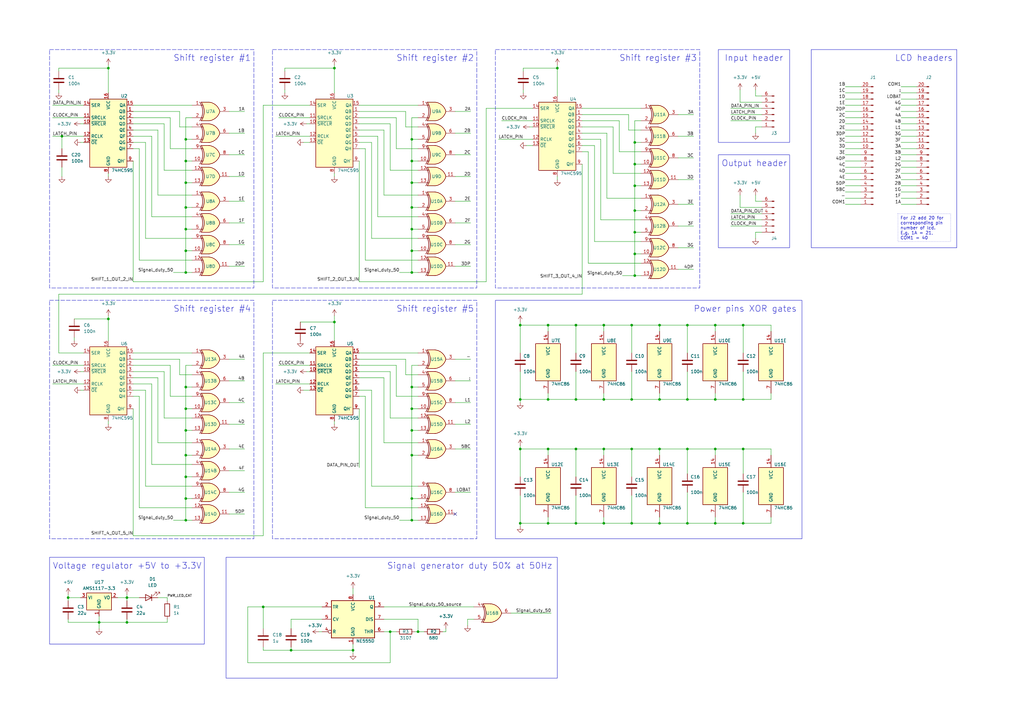
<source format=kicad_sch>
(kicad_sch (version 20230121) (generator eeschema)
  (paper "A3")
  (junction (at 224.79 184.15))
  (junction (at 168.91 85.09))
  (junction (at 270.51 214.63))
  (junction (at 270.51 163.83))
  (junction (at 168.91 158.75))
  (junction (at 259.08 133.35))
  (junction (at 260.35 86.36))
  (junction (at 168.91 186.69))
  (junction (at 160.02 259.08))
  (junction (at 168.91 57.15))
  (junction (at 76.2 74.93))
  (junction (at 168.91 204.47))
  (junction (at 27.94 245.11))
  (junction (at 76.2 57.15))
  (junction (at 224.79 133.35))
  (junction (at 213.36 184.15))
  (junction (at 260.35 67.31))
  (junction (at 247.65 133.35))
  (junction (at 144.78 266.7))
  (junction (at 76.2 195.58))
  (junction (at 76.2 176.53))
  (junction (at 213.36 214.63))
  (junction (at 236.22 184.15))
  (junction (at 260.35 104.14))
  (junction (at 168.91 74.93))
  (junction (at 52.07 255.27))
  (junction (at 168.91 176.53))
  (junction (at 44.45 130.81))
  (junction (at 281.94 133.35))
  (junction (at 304.8 163.83))
  (junction (at 247.65 214.63))
  (junction (at 76.2 102.87))
  (junction (at 259.08 184.15))
  (junction (at 213.36 163.83))
  (junction (at 76.2 204.47))
  (junction (at 168.91 102.87))
  (junction (at 76.2 111.76))
  (junction (at 76.2 186.69))
  (junction (at 76.2 93.98))
  (junction (at 224.79 214.63))
  (junction (at 247.65 184.15))
  (junction (at 281.94 163.83))
  (junction (at 213.36 133.35))
  (junction (at 76.2 158.75))
  (junction (at 304.8 133.35))
  (junction (at 293.37 163.83))
  (junction (at 52.07 245.11))
  (junction (at 44.45 27.94))
  (junction (at 25.4 55.88))
  (junction (at 260.35 76.2))
  (junction (at 304.8 184.15))
  (junction (at 260.35 113.03))
  (junction (at 171.45 259.08))
  (junction (at 236.22 163.83))
  (junction (at 168.91 213.36))
  (junction (at 76.2 167.64))
  (junction (at 293.37 184.15))
  (junction (at 168.91 93.98))
  (junction (at 107.95 248.92))
  (junction (at 76.2 213.36))
  (junction (at 224.79 163.83))
  (junction (at 228.6 27.94))
  (junction (at 281.94 184.15))
  (junction (at 293.37 133.35))
  (junction (at 76.2 85.09))
  (junction (at 119.38 266.7))
  (junction (at 270.51 184.15))
  (junction (at 137.16 27.94))
  (junction (at 270.51 133.35))
  (junction (at 259.08 214.63))
  (junction (at 168.91 111.76))
  (junction (at 168.91 66.04))
  (junction (at 281.94 214.63))
  (junction (at 236.22 133.35))
  (junction (at 260.35 58.42))
  (junction (at 236.22 214.63))
  (junction (at 304.8 214.63))
  (junction (at 40.64 255.27))
  (junction (at 76.2 66.04))
  (junction (at 260.35 95.25))
  (junction (at 293.37 214.63))
  (junction (at 259.08 163.83))
  (junction (at 247.65 163.83))
  (junction (at 137.16 132.08))
  (junction (at 168.91 167.64))
  (no_connect (at 186.69 210.82))
  (wire (pts (xy 293.37 163.83) (xy 281.94 163.83)))
  (wire (pts (xy 247.65 133.35) (xy 247.65 135.89)))
  (wire (pts (xy 260.35 67.31) (xy 260.35 76.2)))
  (wire (pts (xy 247.65 184.15) (xy 259.08 184.15)))
  (wire (pts (xy 369.57 40.64) (xy 375.92 40.64)))
  (wire (pts (xy 251.46 52.07) (xy 251.46 71.12)))
  (wire (pts (xy 303.53 80.01) (xy 303.53 85.09)))
  (wire (pts (xy 24.13 120.65) (xy 24.13 144.78)))
  (wire (pts (xy 101.6 248.92) (xy 101.6 271.78)))
  (wire (pts (xy 116.84 29.21) (xy 116.84 27.94)))
  (wire (pts (xy 171.45 186.69) (xy 168.91 186.69)))
  (wire (pts (xy 171.45 176.53) (xy 168.91 176.53)))
  (wire (pts (xy 241.3 107.95) (xy 262.89 107.95)))
  (wire (pts (xy 54.61 160.02) (xy 59.69 160.02)))
  (wire (pts (xy 299.72 46.99) (xy 312.42 46.99)))
  (wire (pts (xy 186.69 54.61) (xy 193.04 54.61)))
  (wire (pts (xy 281.94 214.63) (xy 293.37 214.63)))
  (wire (pts (xy 152.4 58.42) (xy 152.4 97.79)))
  (wire (pts (xy 144.78 241.3) (xy 144.78 243.84)))
  (wire (pts (xy 25.4 55.88) (xy 34.29 55.88)))
  (wire (pts (xy 160.02 152.4) (xy 160.02 171.45)))
  (wire (pts (xy 147.32 115.57) (xy 199.39 115.57)))
  (wire (pts (xy 259.08 214.63) (xy 270.51 214.63)))
  (wire (pts (xy 137.16 71.12) (xy 137.16 72.39)))
  (wire (pts (xy 236.22 133.35) (xy 236.22 144.78)))
  (wire (pts (xy 93.98 63.5) (xy 100.33 63.5)))
  (wire (pts (xy 238.76 49.53) (xy 254 49.53)))
  (wire (pts (xy 309.88 52.07) (xy 312.42 52.07)))
  (wire (pts (xy 168.91 74.93) (xy 168.91 85.09)))
  (wire (pts (xy 137.16 27.94) (xy 137.16 38.1)))
  (wire (pts (xy 168.91 213.36) (xy 168.91 204.47)))
  (wire (pts (xy 78.74 66.04) (xy 76.2 66.04)))
  (wire (pts (xy 168.91 66.04) (xy 168.91 74.93)))
  (wire (pts (xy 238.76 52.07) (xy 251.46 52.07)))
  (wire (pts (xy 369.57 60.96) (xy 375.92 60.96)))
  (wire (pts (xy 107.95 248.92) (xy 132.08 248.92)))
  (wire (pts (xy 78.74 93.98) (xy 76.2 93.98)))
  (wire (pts (xy 171.45 48.26) (xy 168.91 48.26)))
  (wire (pts (xy 101.6 248.92) (xy 107.95 248.92)))
  (wire (pts (xy 260.35 113.03) (xy 260.35 104.14)))
  (wire (pts (xy 76.2 167.64) (xy 76.2 176.53)))
  (wire (pts (xy 238.76 44.45) (xy 262.89 44.45)))
  (wire (pts (xy 64.77 80.01) (xy 78.74 80.01)))
  (wire (pts (xy 304.8 133.35) (xy 293.37 133.35)))
  (wire (pts (xy 107.95 144.78) (xy 127 144.78)))
  (wire (pts (xy 238.76 62.23) (xy 241.3 62.23)))
  (wire (pts (xy 304.8 214.63) (xy 316.23 214.63)))
  (wire (pts (xy 299.72 87.63) (xy 312.42 87.63)))
  (wire (pts (xy 369.57 73.66) (xy 375.92 73.66)))
  (wire (pts (xy 293.37 214.63) (xy 304.8 214.63)))
  (wire (pts (xy 346.71 60.96) (xy 353.06 60.96)))
  (wire (pts (xy 114.3 149.86) (xy 127 149.86)))
  (wire (pts (xy 33.02 58.42) (xy 34.29 58.42)))
  (wire (pts (xy 59.69 58.42) (xy 59.69 97.79)))
  (wire (pts (xy 168.91 176.53) (xy 168.91 186.69)))
  (wire (pts (xy 147.32 160.02) (xy 152.4 160.02)))
  (wire (pts (xy 168.91 158.75) (xy 168.91 167.64)))
  (wire (pts (xy 152.4 97.79) (xy 171.45 97.79)))
  (wire (pts (xy 93.98 45.72) (xy 100.33 45.72)))
  (wire (pts (xy 168.91 213.36) (xy 171.45 213.36)))
  (wire (pts (xy 64.77 181.61) (xy 78.74 181.61)))
  (wire (pts (xy 171.45 149.86) (xy 168.91 149.86)))
  (wire (pts (xy 270.51 212.09) (xy 270.51 214.63)))
  (wire (pts (xy 40.64 257.81) (xy 40.64 255.27)))
  (wire (pts (xy 24.13 144.78) (xy 34.29 144.78)))
  (wire (pts (xy 33.02 160.02) (xy 34.29 160.02)))
  (wire (pts (xy 30.48 138.43) (xy 30.48 139.7)))
  (wire (pts (xy 93.98 82.55) (xy 100.33 82.55)))
  (wire (pts (xy 259.08 184.15) (xy 259.08 195.58)))
  (wire (pts (xy 59.69 160.02) (xy 59.69 199.39)))
  (wire (pts (xy 260.35 95.25) (xy 260.35 104.14)))
  (wire (pts (xy 54.61 162.56) (xy 57.15 162.56)))
  (wire (pts (xy 168.91 186.69) (xy 168.91 204.47)))
  (wire (pts (xy 259.08 203.2) (xy 259.08 214.63)))
  (wire (pts (xy 309.88 95.25) (xy 312.42 95.25)))
  (wire (pts (xy 228.6 27.94) (xy 228.6 26.67)))
  (wire (pts (xy 171.45 57.15) (xy 168.91 57.15)))
  (wire (pts (xy 247.65 184.15) (xy 247.65 186.69)))
  (wire (pts (xy 125.73 50.8) (xy 127 50.8)))
  (wire (pts (xy 369.57 58.42) (xy 375.92 58.42)))
  (wire (pts (xy 346.71 48.26) (xy 353.06 48.26)))
  (wire (pts (xy 149.86 208.28) (xy 171.45 208.28)))
  (wire (pts (xy 33.02 50.8) (xy 34.29 50.8)))
  (wire (pts (xy 369.57 78.74) (xy 375.92 78.74)))
  (wire (pts (xy 107.95 248.92) (xy 107.95 257.81)))
  (wire (pts (xy 251.46 71.12) (xy 262.89 71.12)))
  (wire (pts (xy 162.56 60.96) (xy 171.45 60.96)))
  (wire (pts (xy 369.57 45.72) (xy 375.92 45.72)))
  (wire (pts (xy 293.37 133.35) (xy 293.37 135.89)))
  (wire (pts (xy 147.32 149.86) (xy 162.56 149.86)))
  (wire (pts (xy 78.74 85.09) (xy 76.2 85.09)))
  (wire (pts (xy 93.98 147.32) (xy 100.33 147.32)))
  (wire (pts (xy 147.32 152.4) (xy 160.02 152.4)))
  (wire (pts (xy 162.56 48.26) (xy 162.56 60.96)))
  (wire (pts (xy 304.8 184.15) (xy 316.23 184.15)))
  (wire (pts (xy 215.9 59.69) (xy 218.44 59.69)))
  (wire (pts (xy 238.76 67.31) (xy 238.76 120.65)))
  (wire (pts (xy 168.91 85.09) (xy 168.91 93.98)))
  (wire (pts (xy 281.94 133.35) (xy 270.51 133.35)))
  (wire (pts (xy 346.71 68.58) (xy 353.06 68.58)))
  (wire (pts (xy 281.94 184.15) (xy 281.94 194.31)))
  (wire (pts (xy 270.51 133.35) (xy 270.51 135.89)))
  (wire (pts (xy 247.65 163.83) (xy 236.22 163.83)))
  (wire (pts (xy 137.16 129.54) (xy 137.16 132.08)))
  (wire (pts (xy 309.88 54.61) (xy 309.88 52.07)))
  (wire (pts (xy 147.32 43.18) (xy 171.45 43.18)))
  (wire (pts (xy 278.13 101.6) (xy 284.48 101.6)))
  (wire (pts (xy 236.22 152.4) (xy 236.22 163.83)))
  (wire (pts (xy 54.61 152.4) (xy 67.31 152.4)))
  (wire (pts (xy 259.08 184.15) (xy 270.51 184.15)))
  (wire (pts (xy 93.98 91.44) (xy 100.33 91.44)))
  (wire (pts (xy 93.98 72.39) (xy 100.33 72.39)))
  (wire (pts (xy 152.4 160.02) (xy 152.4 199.39)))
  (wire (pts (xy 113.03 55.88) (xy 127 55.88)))
  (wire (pts (xy 293.37 212.09) (xy 293.37 214.63)))
  (wire (pts (xy 205.74 49.53) (xy 218.44 49.53)))
  (wire (pts (xy 213.36 152.4) (xy 213.36 163.83)))
  (wire (pts (xy 278.13 46.99) (xy 284.48 46.99)))
  (wire (pts (xy 71.12 213.36) (xy 76.2 213.36)))
  (wire (pts (xy 316.23 212.09) (xy 316.23 214.63)))
  (wire (pts (xy 259.08 133.35) (xy 259.08 144.78)))
  (wire (pts (xy 171.45 167.64) (xy 168.91 167.64)))
  (wire (pts (xy 160.02 69.85) (xy 171.45 69.85)))
  (wire (pts (xy 281.94 201.93) (xy 281.94 214.63)))
  (wire (pts (xy 194.31 254) (xy 191.77 254)))
  (wire (pts (xy 369.57 71.12) (xy 375.92 71.12)))
  (wire (pts (xy 346.71 55.88) (xy 353.06 55.88)))
  (wire (pts (xy 67.31 171.45) (xy 78.74 171.45)))
  (wire (pts (xy 346.71 73.66) (xy 353.06 73.66)))
  (wire (pts (xy 260.35 104.14) (xy 262.89 104.14)))
  (wire (pts (xy 54.61 147.32) (xy 73.66 147.32)))
  (wire (pts (xy 270.51 161.29) (xy 270.51 163.83)))
  (wire (pts (xy 260.35 49.53) (xy 260.35 58.42)))
  (wire (pts (xy 168.91 111.76) (xy 171.45 111.76)))
  (wire (pts (xy 346.71 83.82) (xy 353.06 83.82)))
  (wire (pts (xy 62.23 88.9) (xy 78.74 88.9)))
  (wire (pts (xy 76.2 111.76) (xy 78.74 111.76)))
  (wire (pts (xy 44.45 172.72) (xy 44.45 173.99)))
  (wire (pts (xy 144.78 266.7) (xy 144.78 267.97)))
  (wire (pts (xy 257.81 46.99) (xy 257.81 53.34)))
  (wire (pts (xy 281.94 163.83) (xy 270.51 163.83)))
  (wire (pts (xy 186.69 45.72) (xy 193.04 45.72)))
  (wire (pts (xy 304.8 184.15) (xy 304.8 194.31)))
  (wire (pts (xy 62.23 190.5) (xy 78.74 190.5)))
  (wire (pts (xy 224.79 161.29) (xy 224.79 163.83)))
  (wire (pts (xy 64.77 53.34) (xy 64.77 80.01)))
  (wire (pts (xy 278.13 92.71) (xy 284.48 92.71)))
  (wire (pts (xy 299.72 44.45) (xy 312.42 44.45)))
  (wire (pts (xy 64.77 154.94) (xy 64.77 181.61)))
  (wire (pts (xy 27.94 255.27) (xy 40.64 255.27)))
  (wire (pts (xy 27.94 243.84) (xy 27.94 245.11)))
  (wire (pts (xy 346.71 81.28) (xy 353.06 81.28)))
  (wire (pts (xy 137.16 172.72) (xy 137.16 173.99)))
  (wire (pts (xy 93.98 54.61) (xy 100.33 54.61)))
  (wire (pts (xy 236.22 163.83) (xy 224.79 163.83)))
  (wire (pts (xy 369.57 83.82) (xy 375.92 83.82)))
  (wire (pts (xy 346.71 71.12) (xy 353.06 71.12)))
  (wire (pts (xy 40.64 252.73) (xy 40.64 255.27)))
  (wire (pts (xy 278.13 64.77) (xy 284.48 64.77)))
  (wire (pts (xy 24.13 36.83) (xy 24.13 38.1)))
  (wire (pts (xy 346.71 78.74) (xy 353.06 78.74)))
  (wire (pts (xy 168.91 149.86) (xy 168.91 158.75)))
  (wire (pts (xy 213.36 215.9) (xy 213.36 214.63)))
  (wire (pts (xy 246.38 57.15) (xy 246.38 90.17)))
  (wire (pts (xy 57.15 60.96) (xy 57.15 106.68)))
  (wire (pts (xy 52.07 255.27) (xy 40.64 255.27)))
  (wire (pts (xy 21.59 55.88) (xy 25.4 55.88)))
  (wire (pts (xy 278.13 55.88) (xy 284.48 55.88)))
  (wire (pts (xy 48.26 245.11) (xy 52.07 245.11)))
  (wire (pts (xy 213.36 203.2) (xy 213.36 214.63)))
  (wire (pts (xy 214.63 27.94) (xy 228.6 27.94)))
  (wire (pts (xy 346.71 40.64) (xy 353.06 40.64)))
  (wire (pts (xy 259.08 163.83) (xy 247.65 163.83)))
  (wire (pts (xy 78.74 176.53) (xy 76.2 176.53)))
  (wire (pts (xy 44.45 130.81) (xy 44.45 139.7)))
  (wire (pts (xy 149.86 60.96) (xy 149.86 106.68)))
  (wire (pts (xy 137.16 26.67) (xy 137.16 27.94)))
  (wire (pts (xy 213.36 182.88) (xy 213.36 184.15)))
  (wire (pts (xy 303.53 85.09) (xy 312.42 85.09)))
  (wire (pts (xy 186.69 109.22) (xy 193.04 109.22)))
  (wire (pts (xy 76.2 195.58) (xy 76.2 204.47)))
  (wire (pts (xy 24.13 27.94) (xy 44.45 27.94)))
  (wire (pts (xy 147.32 45.72) (xy 166.37 45.72)))
  (wire (pts (xy 262.89 86.36) (xy 260.35 86.36)))
  (wire (pts (xy 101.6 271.78) (xy 160.02 271.78)))
  (wire (pts (xy 76.2 111.76) (xy 76.2 102.87)))
  (wire (pts (xy 254 62.23) (xy 262.89 62.23)))
  (wire (pts (xy 157.48 154.94) (xy 157.48 181.61)))
  (wire (pts (xy 93.98 173.99) (xy 100.33 173.99)))
  (wire (pts (xy 309.88 97.79) (xy 309.88 95.25)))
  (wire (pts (xy 236.22 214.63) (xy 247.65 214.63)))
  (wire (pts (xy 257.81 53.34) (xy 262.89 53.34)))
  (wire (pts (xy 369.57 35.56) (xy 375.92 35.56)))
  (wire (pts (xy 228.6 27.94) (xy 228.6 39.37)))
  (wire (pts (xy 168.91 93.98) (xy 168.91 102.87)))
  (wire (pts (xy 186.69 82.55) (xy 193.04 82.55)))
  (wire (pts (xy 157.48 80.01) (xy 171.45 80.01)))
  (wire (pts (xy 247.65 214.63) (xy 259.08 214.63)))
  (wire (pts (xy 369.57 55.88) (xy 375.92 55.88)))
  (wire (pts (xy 213.36 184.15) (xy 224.79 184.15)))
  (wire (pts (xy 369.57 53.34) (xy 375.92 53.34)))
  (wire (pts (xy 168.91 48.26) (xy 168.91 57.15)))
  (wire (pts (xy 107.95 266.7) (xy 119.38 266.7)))
  (wire (pts (xy 369.57 76.2) (xy 375.92 76.2)))
  (wire (pts (xy 299.72 49.53) (xy 312.42 49.53)))
  (wire (pts (xy 78.74 186.69) (xy 76.2 186.69)))
  (wire (pts (xy 124.46 58.42) (xy 127 58.42)))
  (wire (pts (xy 147.32 154.94) (xy 157.48 154.94)))
  (wire (pts (xy 149.86 162.56) (xy 149.86 208.28)))
  (wire (pts (xy 259.08 133.35) (xy 247.65 133.35)))
  (wire (pts (xy 76.2 66.04) (xy 76.2 74.93)))
  (wire (pts (xy 44.45 71.12) (xy 44.45 72.39)))
  (wire (pts (xy 78.74 149.86) (xy 76.2 149.86)))
  (wire (pts (xy 369.57 81.28) (xy 375.92 81.28)))
  (wire (pts (xy 309.88 36.83) (xy 309.88 39.37)))
  (wire (pts (xy 316.23 186.69) (xy 316.23 184.15)))
  (wire (pts (xy 171.45 259.08) (xy 171.45 254)))
  (wire (pts (xy 157.48 254) (xy 171.45 254)))
  (wire (pts (xy 30.48 130.81) (xy 44.45 130.81)))
  (wire (pts (xy 76.2 213.36) (xy 76.2 204.47)))
  (wire (pts (xy 346.71 63.5) (xy 353.06 63.5)))
  (wire (pts (xy 162.56 162.56) (xy 171.45 162.56)))
  (wire (pts (xy 68.58 254) (xy 68.58 255.27)))
  (wire (pts (xy 270.51 184.15) (xy 281.94 184.15)))
  (wire (pts (xy 171.45 158.75) (xy 168.91 158.75)))
  (wire (pts (xy 369.57 50.8) (xy 375.92 50.8)))
  (wire (pts (xy 238.76 54.61) (xy 248.92 54.61)))
  (wire (pts (xy 147.32 53.34) (xy 157.48 53.34)))
  (wire (pts (xy 369.57 63.5) (xy 375.92 63.5)))
  (wire (pts (xy 171.45 66.04) (xy 168.91 66.04)))
  (wire (pts (xy 369.57 68.58) (xy 375.92 68.58)))
  (wire (pts (xy 147.32 167.64) (xy 147.32 191.77)))
  (wire (pts (xy 76.2 204.47) (xy 78.74 204.47)))
  (wire (pts (xy 262.89 49.53) (xy 260.35 49.53)))
  (wire (pts (xy 93.98 184.15) (xy 100.33 184.15)))
  (wire (pts (xy 147.32 50.8) (xy 160.02 50.8)))
  (wire (pts (xy 270.51 214.63) (xy 281.94 214.63)))
  (wire (pts (xy 76.2 158.75) (xy 76.2 167.64)))
  (wire (pts (xy 76.2 176.53) (xy 76.2 186.69)))
  (wire (pts (xy 369.57 38.1) (xy 375.92 38.1)))
  (wire (pts (xy 78.74 57.15) (xy 76.2 57.15)))
  (wire (pts (xy 44.45 27.94) (xy 44.45 38.1)))
  (wire (pts (xy 213.36 163.83) (xy 224.79 163.83)))
  (wire (pts (xy 316.23 133.35) (xy 304.8 133.35)))
  (wire (pts (xy 248.92 54.61) (xy 248.92 81.28)))
  (wire (pts (xy 52.07 243.84) (xy 52.07 245.11)))
  (wire (pts (xy 247.65 133.35) (xy 236.22 133.35)))
  (wire (pts (xy 93.98 210.82) (xy 100.33 210.82)))
  (wire (pts (xy 160.02 259.08) (xy 160.02 271.78)))
  (wire (pts (xy 21.59 149.86) (xy 34.29 149.86)))
  (wire (pts (xy 124.46 160.02) (xy 127 160.02)))
  (wire (pts (xy 224.79 214.63) (xy 236.22 214.63)))
  (wire (pts (xy 304.8 133.35) (xy 304.8 144.78)))
  (wire (pts (xy 44.45 26.67) (xy 44.45 27.94)))
  (wire (pts (xy 186.69 184.15) (xy 193.04 184.15)))
  (wire (pts (xy 346.71 35.56) (xy 353.06 35.56)))
  (wire (pts (xy 262.89 67.31) (xy 260.35 67.31)))
  (wire (pts (xy 57.15 162.56) (xy 57.15 208.28)))
  (wire (pts (xy 168.91 167.64) (xy 168.91 176.53)))
  (wire (pts (xy 59.69 199.39) (xy 78.74 199.39)))
  (wire (pts (xy 69.85 60.96) (xy 78.74 60.96)))
  (wire (pts (xy 309.88 39.37) (xy 312.42 39.37)))
  (wire (pts (xy 166.37 45.72) (xy 166.37 52.07)))
  (wire (pts (xy 186.69 156.21) (xy 193.04 156.21)))
  (wire (pts (xy 119.38 265.43) (xy 119.38 266.7)))
  (wire (pts (xy 73.66 52.07) (xy 78.74 52.07)))
  (wire (pts (xy 217.17 52.07) (xy 218.44 52.07)))
  (wire (pts (xy 166.37 52.07) (xy 171.45 52.07)))
  (wire (pts (xy 119.38 254) (xy 119.38 257.81)))
  (wire (pts (xy 243.84 59.69) (xy 243.84 99.06)))
  (wire (pts (xy 67.31 69.85) (xy 78.74 69.85)))
  (wire (pts (xy 254 49.53) (xy 254 62.23)))
  (wire (pts (xy 248.92 81.28) (xy 262.89 81.28)))
  (wire (pts (xy 299.72 92.71) (xy 312.42 92.71)))
  (wire (pts (xy 132.08 254) (xy 119.38 254)))
  (wire (pts (xy 171.45 74.93) (xy 168.91 74.93)))
  (wire (pts (xy 54.61 144.78) (xy 78.74 144.78)))
  (wire (pts (xy 304.8 201.93) (xy 304.8 214.63)))
  (wire (pts (xy 123.19 132.08) (xy 137.16 132.08)))
  (wire (pts (xy 346.71 66.04) (xy 353.06 66.04)))
  (wire (pts (xy 236.22 133.35) (xy 224.79 133.35)))
  (wire (pts (xy 52.07 255.27) (xy 68.58 255.27)))
  (wire (pts (xy 71.12 111.76) (xy 76.2 111.76)))
  (wire (pts (xy 346.71 50.8) (xy 353.06 50.8)))
  (wire (pts (xy 76.2 93.98) (xy 76.2 102.87)))
  (wire (pts (xy 78.74 158.75) (xy 76.2 158.75)))
  (wire (pts (xy 171.45 259.08) (xy 173.99 259.08)))
  (wire (pts (xy 213.36 163.83) (xy 213.36 165.1)))
  (wire (pts (xy 76.2 57.15) (xy 76.2 66.04)))
  (wire (pts (xy 93.98 156.21) (xy 100.33 156.21)))
  (wire (pts (xy 369.57 48.26) (xy 375.92 48.26)))
  (wire (pts (xy 93.98 109.22) (xy 100.33 109.22)))
  (wire (pts (xy 303.53 41.91) (xy 312.42 41.91)))
  (wire (pts (xy 21.59 43.18) (xy 34.29 43.18)))
  (wire (pts (xy 243.84 99.06) (xy 262.89 99.06)))
  (wire (pts (xy 238.76 46.99) (xy 257.81 46.99)))
  (wire (pts (xy 316.23 161.29) (xy 316.23 163.83)))
  (wire (pts (xy 54.61 53.34) (xy 64.77 53.34)))
  (wire (pts (xy 186.69 165.1) (xy 193.04 165.1)))
  (wire (pts (xy 166.37 147.32) (xy 166.37 153.67)))
  (wire (pts (xy 299.72 90.17) (xy 312.42 90.17)))
  (wire (pts (xy 309.88 82.55) (xy 309.88 80.01)))
  (wire (pts (xy 346.71 38.1) (xy 353.06 38.1)))
  (wire (pts (xy 125.73 152.4) (xy 127 152.4)))
  (wire (pts (xy 54.61 167.64) (xy 54.61 219.71)))
  (wire (pts (xy 214.63 36.83) (xy 214.63 38.1)))
  (wire (pts (xy 213.36 132.08) (xy 213.36 133.35)))
  (wire (pts (xy 147.32 144.78) (xy 171.45 144.78)))
  (wire (pts (xy 270.51 133.35) (xy 259.08 133.35)))
  (wire (pts (xy 369.57 66.04) (xy 375.92 66.04)))
  (wire (pts (xy 293.37 184.15) (xy 293.37 186.69)))
  (wire (pts (xy 69.85 162.56) (xy 78.74 162.56)))
  (wire (pts (xy 21.59 48.26) (xy 34.29 48.26)))
  (wire (pts (xy 170.18 259.08) (xy 171.45 259.08)))
  (wire (pts (xy 62.23 157.48) (xy 62.23 190.5)))
  (wire (pts (xy 186.69 100.33) (xy 193.04 100.33)))
  (wire (pts (xy 52.07 245.11) (xy 52.07 246.38)))
  (wire (pts (xy 214.63 29.21) (xy 214.63 27.94)))
  (wire (pts (xy 107.95 115.57) (xy 107.95 43.18)))
  (wire (pts (xy 54.61 157.48) (xy 62.23 157.48)))
  (wire (pts (xy 76.2 186.69) (xy 76.2 195.58)))
  (wire (pts (xy 293.37 161.29) (xy 293.37 163.83)))
  (wire (pts (xy 113.03 157.48) (xy 127 157.48)))
  (wire (pts (xy 59.69 97.79) (xy 78.74 97.79)))
  (wire (pts (xy 186.69 201.93) (xy 193.04 201.93)))
  (wire (pts (xy 262.89 58.42) (xy 260.35 58.42)))
  (wire (pts (xy 246.38 90.17) (xy 262.89 90.17)))
  (wire (pts (xy 281.94 184.15) (xy 293.37 184.15)))
  (wire (pts (xy 236.22 203.2) (xy 236.22 214.63)))
  (wire (pts (xy 278.13 83.82) (xy 284.48 83.82)))
  (wire (pts (xy 147.32 147.32) (xy 166.37 147.32)))
  (wire (pts (xy 346.71 45.72) (xy 353.06 45.72)))
  (wire (pts (xy 304.8 152.4) (xy 304.8 163.83)))
  (wire (pts (xy 293.37 184.15) (xy 304.8 184.15)))
  (wire (pts (xy 247.65 212.09) (xy 247.65 214.63)))
  (wire (pts (xy 154.94 55.88) (xy 154.94 88.9)))
  (wire (pts (xy 25.4 55.88) (xy 25.4 60.96)))
  (wire (pts (xy 260.35 76.2) (xy 260.35 86.36)))
  (wire (pts (xy 73.66 153.67) (xy 78.74 153.67)))
  (wire (pts (xy 147.32 48.26) (xy 162.56 48.26)))
  (wire (pts (xy 270.51 184.15) (xy 270.51 186.69)))
  (wire (pts (xy 182.88 259.08) (xy 182.88 257.81)))
  (wire (pts (xy 168.91 57.15) (xy 168.91 66.04)))
  (wire (pts (xy 93.98 100.33) (xy 100.33 100.33)))
  (wire (pts (xy 259.08 152.4) (xy 259.08 163.83)))
  (wire (pts (xy 119.38 266.7) (xy 144.78 266.7)))
  (wire (pts (xy 107.95 265.43) (xy 107.95 266.7)))
  (wire (pts (xy 76.2 149.86) (xy 76.2 158.75)))
  (wire (pts (xy 116.84 36.83) (xy 116.84 38.1)))
  (wire (pts (xy 76.2 102.87) (xy 78.74 102.87)))
  (wire (pts (xy 157.48 248.92) (xy 194.31 248.92)))
  (wire (pts (xy 116.84 27.94) (xy 137.16 27.94)))
  (wire (pts (xy 224.79 212.09) (xy 224.79 214.63)))
  (wire (pts (xy 260.35 58.42) (xy 260.35 67.31)))
  (wire (pts (xy 93.98 165.1) (xy 100.33 165.1)))
  (wire (pts (xy 186.69 63.5) (xy 193.04 63.5)))
  (wire (pts (xy 130.81 259.08) (xy 132.08 259.08)))
  (wire (pts (xy 262.89 76.2) (xy 260.35 76.2)))
  (wire (pts (xy 260.35 113.03) (xy 262.89 113.03)))
  (wire (pts (xy 54.61 60.96) (xy 57.15 60.96)))
  (wire (pts (xy 224.79 133.35) (xy 224.79 135.89)))
  (wire (pts (xy 181.61 259.08) (xy 182.88 259.08)))
  (wire (pts (xy 54.61 48.26) (xy 69.85 48.26)))
  (wire (pts (xy 346.71 58.42) (xy 353.06 58.42)))
  (wire (pts (xy 168.91 204.47) (xy 171.45 204.47)))
  (wire (pts (xy 278.13 110.49) (xy 284.48 110.49)))
  (wire (pts (xy 54.61 50.8) (xy 67.31 50.8)))
  (wire (pts (xy 67.31 152.4) (xy 67.31 171.45)))
  (wire (pts (xy 369.57 43.18) (xy 375.92 43.18)))
  (wire (pts (xy 213.36 133.35) (xy 224.79 133.35)))
  (wire (pts (xy 316.23 135.89) (xy 316.23 133.35)))
  (wire (pts (xy 25.4 68.58) (xy 25.4 72.39)))
  (wire (pts (xy 57.15 106.68) (xy 78.74 106.68)))
  (wire (pts (xy 54.61 45.72) (xy 73.66 45.72)))
  (wire (pts (xy 281.94 152.4) (xy 281.94 163.83)))
  (wire (pts (xy 209.55 251.46) (xy 226.06 251.46)))
  (wire (pts (xy 24.13 29.21) (xy 24.13 27.94)))
  (wire (pts (xy 346.71 76.2) (xy 353.06 76.2)))
  (wire (pts (xy 162.56 149.86) (xy 162.56 162.56)))
  (wire (pts (xy 54.61 115.57) (xy 107.95 115.57)))
  (wire (pts (xy 144.78 264.16) (xy 144.78 266.7)))
  (wire (pts (xy 107.95 219.71) (xy 107.95 144.78)))
  (wire (pts (xy 166.37 153.67) (xy 171.45 153.67)))
  (wire (pts (xy 224.79 214.63) (xy 213.36 214.63)))
  (wire (pts (xy 163.83 111.76) (xy 168.91 111.76)))
  (wire (pts (xy 160.02 50.8) (xy 160.02 69.85)))
  (wire (pts (xy 62.23 55.88) (xy 62.23 88.9)))
  (wire (pts (xy 224.79 186.69) (xy 224.79 184.15)))
  (wire (pts (xy 69.85 48.26) (xy 69.85 60.96)))
  (wire (pts (xy 76.2 74.93) (xy 76.2 85.09)))
  (wire (pts (xy 54.61 43.18) (xy 78.74 43.18)))
  (wire (pts (xy 93.98 193.04) (xy 100.33 193.04)))
  (wire (pts (xy 137.16 132.08) (xy 137.16 139.7)))
  (wire (pts (xy 162.56 259.08) (xy 160.02 259.08)))
  (wire (pts (xy 199.39 115.57) (xy 199.39 44.45)))
  (wire (pts (xy 76.2 85.09) (xy 76.2 93.98)))
  (wire (pts (xy 278.13 73.66) (xy 284.48 73.66)))
  (wire (pts (xy 152.4 199.39) (xy 171.45 199.39)))
  (wire (pts (xy 157.48 181.61) (xy 171.45 181.61)))
  (wire (pts (xy 54.61 58.42) (xy 59.69 58.42)))
  (wire (pts (xy 107.95 43.18) (xy 127 43.18)))
  (wire (pts (xy 204.47 57.15) (xy 218.44 57.15)))
  (wire (pts (xy 44.45 129.54) (xy 44.45 130.81)))
  (wire (pts (xy 163.83 213.36) (xy 168.91 213.36)))
  (wire (pts (xy 33.02 152.4) (xy 34.29 152.4)))
  (wire (pts (xy 186.69 72.39) (xy 193.04 72.39)))
  (wire (pts (xy 213.36 184.15) (xy 213.36 195.58)))
  (wire (pts (xy 68.58 245.11) (xy 64.77 245.11)))
  (wire (pts (xy 247.65 161.29) (xy 247.65 163.83)))
  (wire (pts (xy 149.86 106.68) (xy 171.45 106.68)))
  (wire (pts (xy 68.58 245.11) (xy 68.58 246.38)))
  (wire (pts (xy 199.39 44.45) (xy 218.44 44.45)))
  (wire (pts (xy 238.76 120.65) (xy 24.13 120.65)))
  (wire (pts (xy 236.22 184.15) (xy 236.22 195.58)))
  (wire (pts (xy 67.31 50.8) (xy 67.31 69.85)))
  (wire (pts (xy 270.51 163.83) (xy 259.08 163.83)))
  (wire (pts (xy 191.77 254) (xy 191.77 256.54)))
  (wire (pts (xy 147.32 162.56) (xy 149.86 162.56)))
  (wire (pts (xy 147.32 58.42) (xy 152.4 58.42)))
  (wire (pts (xy 27.94 255.27) (xy 27.94 254)))
  (wire (pts (xy 160.02 259.08) (xy 157.48 259.08)))
  (wire (pts (xy 224.79 184.15) (xy 236.22 184.15)))
  (wire (pts (xy 147.32 55.88) (xy 154.94 55.88)))
  (wire (pts (xy 27.94 245.11) (xy 33.02 245.11)))
  (wire (pts (xy 293.37 133.35) (xy 281.94 133.35)))
  (wire (pts (xy 186.69 147.32) (xy 193.04 147.32)))
  (wire (pts (xy 238.76 57.15) (xy 246.38 57.15)))
  (wire (pts (xy 241.3 62.23) (xy 241.3 107.95)))
  (wire (pts (xy 78.74 167.64) (xy 76.2 167.64)))
  (wire (pts (xy 73.66 45.72) (xy 73.66 52.07)))
  (wire (pts (xy 255.27 113.03) (xy 260.35 113.03)))
  (wire (pts (xy 21.59 157.48) (xy 34.29 157.48)))
  (wire (pts (xy 168.91 111.76) (xy 168.91 102.87)))
  (wire (pts (xy 54.61 55.88) (xy 62.23 55.88)))
  (wire (pts (xy 262.89 95.25) (xy 260.35 95.25)))
  (wire (pts (xy 54.61 66.04) (xy 54.61 115.57)))
  (wire (pts (xy 54.61 149.86) (xy 69.85 149.86)))
  (wire (pts (xy 76.2 48.26) (xy 76.2 57.15)))
  (wire (pts (xy 304.8 163.83) (xy 293.37 163.83)))
  (wire (pts (xy 186.69 173.99) (xy 193.04 173.99)))
  (wire (pts (xy 154.94 88.9) (xy 171.45 88.9)))
  (wire (pts (xy 52.07 245.11) (xy 57.15 245.11)))
  (wire (pts (xy 54.61 219.71) (xy 107.95 219.71)))
  (wire (pts (xy 312.42 82.55) (xy 309.88 82.55)))
  (wire (pts (xy 93.98 201.93) (xy 100.33 201.93)))
  (wire (pts (xy 114.3 48.26) (xy 127 48.26)))
  (wire (pts (xy 78.74 195.58) (xy 76.2 195.58)))
  (wire (pts (xy 69.85 149.86) (xy 69.85 162.56)))
  (wire (pts (xy 54.61 154.94) (xy 64.77 154.94)))
  (wire (pts (xy 228.6 72.39) (xy 228.6 73.66)))
  (wire (pts (xy 160.02 171.45) (xy 171.45 171.45)))
  (wire (pts (xy 171.45 85.09) (xy 168.91 85.09)))
  (wire (pts (xy 78.74 48.26) (xy 76.2 48.26)))
  (wire (pts (xy 316.23 163.83) (xy 304.8 163.83)))
  (wire (pts (xy 27.94 245.11) (xy 27.94 246.38)))
  (wire (pts (xy 73.66 147.32) (xy 73.66 153.67)))
  (wire (pts (xy 303.53 36.83) (xy 303.53 41.91)))
  (wire (pts (xy 168.91 102.87) (xy 171.45 102.87)))
  (wire (pts (xy 157.48 53.34) (xy 157.48 80.01)))
  (wire (pts (xy 171.45 93.98) (xy 168.91 93.98)))
  (wire (pts (xy 346.71 53.34) (xy 353.06 53.34)))
  (wire (pts (xy 238.76 59.69) (xy 243.84 59.69)))
  (wire (pts (xy 147.32 60.96) (xy 149.86 60.96)))
  (wire (pts (xy 76.2 213.36) (xy 78.74 213.36)))
  (wire (pts (xy 281.94 133.35) (xy 281.94 144.78)))
  (wire (pts (xy 57.15 208.28) (xy 78.74 208.28)))
  (wire (pts (xy 213.36 144.78) (xy 213.36 133.35)))
  (wire (pts (xy 186.69 91.44) (xy 193.04 91.44)))
  (wire (pts (xy 236.22 184.15) (xy 247.65 184.15)))
  (wire (pts (xy 52.07 255.27) (xy 52.07 254)))
  (wire (pts (xy 260.35 86.36) (xy 260.35 95.25)))
  (wire (pts (xy 346.71 43.18) (xy 353.06 43.18)))
  (wire (pts (xy 147.32 66.04) (xy 147.32 115.57)))
  (wire (pts (xy 78.74 74.93) (xy 76.2 74.93)))
  (rectangle (start 20.32 123.19) (end 104.14 220.98) (stroke (width 0) (type dash)))
  (rectangle (start 92.71 228.6) (end 228.6 278.13))
  (rectangle (start 294.64 63.5) (end 323.85 101.6))
  (rectangle (start 203.2 20.32) (end 287.02 118.11) (stroke (width 0) (type dash)))
  (rectangle (start 111.76 20.32) (end 195.58 118.11) (stroke (width 0) (type dash)))
  (rectangle (start 20.32 20.32) (end 104.14 118.11) (stroke (width 0) (type dash)))
  (rectangle (start 111.76 123.19) (end 195.58 220.98) (stroke (width 0) (type dash)))
  (rectangle (start 332.74 20.32) (end 392.43 101.6))
  (rectangle (start 294.64 20.32) (end 323.85 58.42))
  (rectangle (start 203.2 123.19) (end 328.93 220.98))
  (rectangle (start 20.32 228.6) (end 83.82 264.16))
  (text_box "For J2 add 20 for corresponding pin number of lcd. \nE.g. 1A = 21, \nCOM1 = 40" (at 368.3 87.63 0) (size 21.59 11.43) (stroke (width 0) (type dot)) (effects (font (size 1.27 1.27)) (justify left top)))
  (text "Shift register #3" (at 254 25.4 0) (effects (font (size 2.5 2.5)) (justify left bottom)))
  (text "Power pins XOR gates" (at 284.48 128.27 0) (effects (font (size 2.5 2.5)) (justify left bottom)))
  (text "Shift register #1" (at 71.12 25.4 0) (effects (font (size 2.5 2.5)) (justify left bottom)))
  (text "Voltage regulator +5V to +3.3V" (at 21.59 233.68 0) (effects (font (size 2.5 2.5)) (justify left bottom)))
  (text "Shift register #5" (at 162.56 128.27 0) (effects (font (size 2.5 2.5)) (justify left bottom)))
  (text "LCD headers" (at 367.03 25.4 0) (effects (font (size 2.5 2.5)) (justify left bottom)))
  (text "Input header" (at 297.18 25.4 0) (effects (font (size 2.5 2.5)) (justify left bottom)))
  (text "Signal generator duty 50% at 50Hz" (at 158.75 233.68 0) (effects (font (size 2.5 2.5)) (justify left bottom)))
  (text "Shift register #2" (at 162.56 25.4 0) (effects (font (size 2.5 2.5)) (justify left bottom)))
  (text "Shift register #4" (at 71.12 128.27 0) (effects (font (size 2.5 2.5)) (justify left bottom)))
  (text "Output header" (at 295.91 68.58 0) (effects (font (size 2.5 2.5)) (justify left bottom)))
  (label "3F" (at 284.48 92.71 180))
  (label "-" (at 193.04 147.32 180))
  (label "LATCH_PIN" (at 113.03 157.48 0))
  (label "L2" (at 193.04 173.99 180))
  (label "3G" (at 369.57 55.88 180))
  (label "4B" (at 100.33 156.21 180))
  (label "CLOCK_PIN" (at 114.3 149.86 0))
  (label "5BC" (at 193.04 184.15 180))
  (label "CLOCK_PIN" (at 21.59 149.86 0))
  (label "1E" (at 100.33 82.55 180))
  (label "CLOCK_PIN" (at 299.72 49.53 0))
  (label "4E" (at 346.71 73.66 180))
  (label "Signal_duty_50" (at 163.83 213.36 180))
  (label "4C" (at 346.71 68.58 180))
  (label "4D" (at 100.33 173.99 180))
  (label "Signal_duty_50" (at 163.83 111.76 180))
  (label "4B" (at 369.57 50.8 180))
  (label "1B" (at 100.33 54.61 180))
  (label "LATCH_PIN" (at 299.72 46.99 0))
  (label "3E" (at 346.71 63.5 180))
  (label "1F" (at 369.57 81.28 180))
  (label "1C" (at 100.33 63.5 180))
  (label "1F" (at 100.33 91.44 180))
  (label "LATCH_PIN" (at 21.59 157.48 0))
  (label "Signal_duty_50" (at 71.12 111.76 180))
  (label ":" (at 369.57 38.1 180))
  (label "2G" (at 193.04 100.33 180))
  (label "LATCH_PIN" (at 299.72 90.17 0))
  (label "2E" (at 193.04 82.55 180))
  (label "3G" (at 284.48 101.6 180))
  (label "2E" (at 346.71 53.34 180))
  (label "DATA_PIN_OUT" (at 147.32 191.77 180))
  (label ":" (at 193.04 156.21 180))
  (label "1D" (at 100.33 72.39 180))
  (label "DATA_PIN_OUT" (at 299.72 87.63 0))
  (label "2DP" (at 100.33 109.22 180))
  (label "1E" (at 346.71 43.18 180))
  (label "COM1" (at 369.57 35.56 180))
  (label "3D" (at 284.48 73.66 180))
  (label "1B" (at 346.71 35.56 180))
  (label "SHIFT_1_OUT_2_IN" (at 54.61 115.57 180))
  (label "2B" (at 193.04 54.61 180))
  (label "LATCH_PIN" (at 21.59 55.88 0))
  (label "4A" (at 100.33 147.32 180))
  (label "4E" (at 100.33 184.15 180))
  (label "3A" (at 284.48 46.99 180))
  (label "4G" (at 100.33 201.93 180))
  (label "SHIFT_3_OUT_4_IN" (at 238.76 114.3 180))
  (label "DATA_PIN_IN" (at 299.72 44.45 0))
  (label "CLOCK_PIN" (at 205.74 49.53 0))
  (label "5BC" (at 346.71 78.74 180))
  (label "Signal_duty_50_source" (at 167.64 248.92 0))
  (label "4F" (at 369.57 45.72 180))
  (label "Signal_duty_50" (at 71.12 213.36 180))
  (label "4C" (at 100.33 165.1 180))
  (label "1D" (at 346.71 40.64 180))
  (label "L1" (at 369.57 53.34 180))
  (label "2C" (at 193.04 63.5 180))
  (label "LATCH_PIN" (at 204.47 57.15 0))
  (label "L1" (at 193.04 165.1 180))
  (label "3DP" (at 346.71 55.88 180))
  (label "3E" (at 284.48 83.82 180))
  (label "2F" (at 369.57 71.12 180))
  (label "3D" (at 346.71 60.96 180))
  (label "1A" (at 369.57 83.82 180))
  (label "SHIFT_4_OUT_5_IN" (at 54.61 219.71 180))
  (label "4A" (at 369.57 48.26 180))
  (label "LOBAT" (at 369.57 40.64 180))
  (label "Signal_duty_50" (at 226.06 251.46 180))
  (label "LOBAT" (at 193.04 201.93 180))
  (label "2D" (at 346.71 50.8 180))
  (label "5DP" (at 100.33 210.82 180))
  (label "2B" (at 369.57 76.2 180))
  (label "5DP" (at 346.71 76.2 180))
  (label "SHIFT_2_OUT_3_IN" (at 147.32 115.57 180))
  (label "3F" (at 369.57 58.42 180))
  (label "CLOCK_PIN" (at 21.59 48.26 0))
  (label "2DP" (at 346.71 45.72 180))
  (label "4DP" (at 346.71 66.04 180))
  (label "1G" (at 100.33 100.33 180))
  (label "3B" (at 284.48 55.88 180))
  (label "CLOCK_PIN" (at 299.72 92.71 0))
  (label "3DP" (at 193.04 109.22 180))
  (label "L2" (at 369.57 66.04 180))
  (label "3B" (at 369.57 63.5 180))
  (label "COM1" (at 346.71 83.82 180))
  (label "3C" (at 284.48 64.77 180))
  (label "DATA_PIN_IN" (at 21.59 43.18 0))
  (label "1A" (at 100.33 45.72 180))
  (label "2D" (at 193.04 72.39 180))
  (label "PWR_LED_CAT" (at 68.58 245.11 0) (effects (font (size 1 1))))
  (label "1C" (at 346.71 38.1 180))
  (label "4F" (at 100.33 193.04 180))
  (label "4DP" (at 284.48 110.49 180))
  (label "CLOCK_PIN" (at 114.3 48.26 0))
  (label "Signal_duty_50" (at 255.27 113.03 180))
  (label "3A" (at 369.57 60.96 180))
  (label "2A" (at 369.57 73.66 180))
  (label "LATCH_PIN" (at 113.03 55.88 0))
  (label "3C" (at 346.71 58.42 180))
  (label "2G" (at 369.57 68.58 180))
  (label "2A" (at 193.04 45.72 180))
  (label "4D" (at 346.71 71.12 180))
  (label "2C" (at 346.71 48.26 180))
  (label "2F" (at 193.04 91.44 180))
  (label "4G" (at 369.57 43.18 180))
  (label "1G" (at 369.57 78.74 180))
  (label "-" (at 346.71 81.28 180))
  (symbol (lib_id "74xx:74HC86") (at 179.07 210.82 0) (unit 4)
    (property "Reference" "U16" (at 179.07 210.82 0))
    (property "Value" "74HC86" (effects hide))
    (property "Datasheet" "http://www.ti.com/lit/gpn/sn74HC86" (effects hide))
  )
  (symbol (lib_id "power:+3.3V") (at 213.36 132.08 0) (unit 1)
    (property "Reference" "#PWR010" (effects hide))
    (property "Value" "+3.3V" (at 213.36 127 0))
  )
  (symbol (lib_id "74xx:74HC86") (at 86.36 63.5 0) (unit 3)
    (property "Reference" "U7" (at 86.36 63.5 0))
    (property "Value" "74HC86" (effects hide))
    (property "Datasheet" "http://www.ti.com/lit/gpn/sn74HC86" (effects hide))
  )
  (symbol (lib_id "74xx:74HC86") (at 86.36 54.61 0) (unit 2)
    (property "Reference" "U7" (at 86.36 54.61 0))
    (property "Value" "74HC86" (effects hide))
    (property "Datasheet" "http://www.ti.com/lit/gpn/sn74HC86" (effects hide))
  )
  (symbol (lib_id "74xx:74HC86") (at 179.07 156.21 0) (unit 2)
    (property "Reference" "U15" (at 179.07 156.21 0))
    (property "Value" "74HC86" (effects hide))
    (property "Datasheet" "http://www.ti.com/lit/gpn/sn74HC86" (effects hide))
  )
  (symbol (lib_id "power:GND") (at 123.19 139.7 0) (unit 1)
    (property "Reference" "#PWR022" (effects hide))
    (property "Value" "GND" (effects hide))
  )
  (symbol (lib_id "74xx:74HC86") (at 86.36 109.22 0) (unit 4)
    (property "Reference" "U8" (at 86.36 109.22 0))
    (property "Value" "74HC86" (effects hide))
    (property "Datasheet" "http://www.ti.com/lit/gpn/sn74HC86" (effects hide))
  )
  (symbol (lib_id "power:+3.3V") (at 137.16 26.67 0) (unit 1)
    (property "Reference" "#PWR05" (effects hide))
    (property "Value" "+3.3V" (at 137.16 21.59 0))
  )
  (symbol (lib_id "power:GND") (at 309.88 54.61 0) (unit 1)
    (property "Reference" "#PWR025" (effects hide))
    (property "Value" "GND" (effects hide))
  )
  (symbol (lib_id "74xx:74HC86") (at 293.37 148.59 0) (unit 5)
    (property "Reference" "U10" (at 294.64 139.7 0) (effects (justify left)))
    (property "Value" "74HC86" (at 294.64 157.48 0) (effects (justify left)))
    (property "Datasheet" "http://www.ti.com/lit/gpn/sn74HC86" (effects hide))
  )
  (symbol (lib_id "power:+5V") (at 309.88 80.01 0) (unit 1)
    (property "Reference" "#PWR029" (effects hide))
    (property "Value" "+5V" (at 309.88 74.93 0))
  )
  (symbol (lib_id "74xx:74HC86") (at 179.07 45.72 0) (unit 1)
    (property "Reference" "U9" (at 179.07 45.72 0))
    (property "Value" "74HC86" (effects hide))
    (property "Datasheet" "http://www.ti.com/lit/gpn/sn74HC86" (effects hide))
  )
  (symbol (lib_id "power:+3.3V") (at 44.45 129.54 0) (unit 1)
    (property "Reference" "#PWR019" (effects hide))
    (property "Value" "+3.3V" (at 44.45 124.46 0))
  )
  (symbol (lib_id "power:+3.3V") (at 125.73 50.8 90) (unit 1)
    (property "Reference" "#PWR040" (effects hide))
    (property "Value" "+3.3V" (at 121.92 50.8 90) (effects (justify left)))
  )
  (symbol (lib_id "power:+3.3V") (at 303.53 36.83 0) (unit 1)
    (property "Reference" "#PWR023" (effects hide))
    (property "Value" "+3.3V" (at 303.53 31.75 0))
  )
  (symbol (lib_id "74xx:74HC86") (at 86.36 210.82 0) (unit 4)
    (property "Reference" "U14" (at 86.36 210.82 0))
    (property "Value" "74HC86" (effects hide))
    (property "Datasheet" "http://www.ti.com/lit/gpn/sn74HC86" (effects hide))
  )
  (symbol (lib_id "74xx:74HC86") (at 316.23 148.59 0) (unit 5)
    (property "Reference" "U11" (at 317.5 139.7 0) (effects (justify left)))
    (property "Value" "74HC86" (at 317.5 157.48 0) (effects (justify left)))
    (property "Datasheet" "http://www.ti.com/lit/gpn/sn74HC86" (effects hide))
  )
  (symbol (lib_id "power:GND") (at 191.77 256.54 0) (unit 1)
    (property "Reference" "#PWR033" (effects hide))
    (property "Value" "GND" (effects hide))
  )
  (symbol (lib_id "Device:C") (at 236.22 148.59 0) (unit 1)
    (property "Reference" "C9" (at 237.49 146.05 0) (effects (justify left)))
    (property "Value" "100n" (at 237.49 152.4 0) (effects (justify left)))
  )
  (symbol (lib_id "Device:R") (at 166.37 259.08 90) (unit 1)
    (property "Reference" "R3" (at 166.37 259.08 90))
    (property "Value" "310?" (at 166.37 261.62 90))
  )
  (symbol (lib_id "power:GND") (at 44.45 72.39 0) (unit 1)
    (property "Reference" "#PWR01" (effects hide))
    (property "Value" "GND" (effects hide))
  )
  (symbol (lib_id "power:+3.3V") (at 228.6 26.67 0) (unit 1)
    (property "Reference" "#PWR017" (effects hide))
    (property "Value" "+3.3V" (at 228.6 21.59 0))
  )
  (symbol (lib_id "74xx:74HC595") (at 228.6 54.61 0) (unit 1)
    (property "Reference" "U4" (at 233.68 40.64 0) (effects (justify left)))
    (property "Value" "74HC595" (at 229.87 71.12 0) (effects (justify left)))
    (property "Datasheet" "http://www.ti.com/lit/ds/symlink/sn74hc595.pdf" (effects hide))
  )
  (symbol (lib_id "74xx:74HC86") (at 86.36 173.99 0) (unit 4)
    (property "Reference" "U13" (at 86.36 173.99 0))
    (property "Value" "74HC86" (effects hide))
    (property "Datasheet" "http://www.ti.com/lit/gpn/sn74HC86" (effects hide))
  )
  (symbol (lib_id "Device:C") (at 52.07 250.19 0) (unit 1)
    (property "Reference" "C4" (at 55.88 248.92 0) (effects (justify left)))
    (property "Value" "22u" (at 55.88 251.46 0) (effects (justify left)))
  )
  (symbol (lib_id "74xx:74HC86") (at 179.07 91.44 0) (unit 2)
    (property "Reference" "U10" (at 179.07 91.44 0))
    (property "Value" "74HC86" (effects hide))
    (property "Datasheet" "http://www.ti.com/lit/gpn/sn74HC86" (effects hide))
  )
  (symbol (lib_id "power:GND") (at 137.16 72.39 0) (unit 1)
    (property "Reference" "#PWR06" (effects hide))
    (property "Value" "GND" (effects hide))
  )
  (symbol (lib_id "Timer:NE555D") (at 144.78 254 0) (unit 1)
    (property "Reference" "U1" (at 151.13 245.11 0) (effects (justify left)))
    (property "Value" "NE555D" (at 146.05 262.89 0) (effects (justify left)))
    (property "Footprint" "Package_SO:SOIC-8_3.9x4.9mm_P1.27mm" (effects hide))
    (property "Datasheet" "http://www.ti.com/lit/ds/symlink/ne555.pdf" (effects hide))
  )
  (symbol (lib_id "74xx:74HC86") (at 179.07 184.15 0) (unit 1)
    (property "Reference" "U16" (at 179.07 184.15 0))
    (property "Value" "74HC86" (effects hide))
    (property "Datasheet" "http://www.ti.com/lit/gpn/sn74HC86" (effects hide))
  )
  (symbol (lib_id "Device:C") (at 213.36 148.59 0) (unit 1)
    (property "Reference" "C8" (at 214.63 146.05 0) (effects (justify left)))
    (property "Value" "100n" (at 214.63 152.4 0) (effects (justify left)))
  )
  (symbol (lib_id "power:GND") (at 137.16 173.99 0) (unit 1)
    (property "Reference" "#PWR032" (effects hide))
    (property "Value" "GND" (effects hide))
  )
  (symbol (lib_id "Device:R") (at 68.58 250.19 0) (unit 1)
    (property "Reference" "R1" (at 71.12 248.92 0) (effects (justify left)))
    (property "Value" "1k" (at 71.12 251.46 0) (effects (justify left)))
  )
  (symbol (lib_id "power:+3.3V") (at 144.78 241.3 0) (unit 1)
    (property "Reference" "#PWR015" (effects hide))
    (property "Value" "+3.3V" (at 144.78 236.22 0))
  )
  (symbol (lib_id "power:+3.3V") (at 44.45 26.67 0) (unit 1)
    (property "Reference" "#PWR02" (effects hide))
    (property "Value" "+3.3V" (at 44.45 21.59 0))
  )
  (symbol (lib_id "Device:C") (at 27.94 250.19 0) (unit 1)
    (property "Reference" "C3" (at 31.75 248.92 0) (effects (justify left)))
    (property "Value" "22u" (at 31.75 251.46 0) (effects (justify left)))
  )
  (symbol (lib_id "power:GND") (at 214.63 38.1 0) (unit 1)
    (property "Reference" "#PWR018" (effects hide))
    (property "Value" "GND" (effects hide))
  )
  (symbol (lib_id "Device:C") (at 304.8 148.59 0) (unit 1)
    (property "Reference" "C12" (at 306.07 146.05 0) (effects (justify left)))
    (property "Value" "100n" (at 306.07 152.4 0) (effects (justify left)))
  )
  (symbol (lib_id "power:GND") (at 124.46 58.42 270) (unit 1)
    (property "Reference" "#PWR037" (effects hide))
    (property "Value" "GND" (effects hide))
  )
  (symbol (lib_id "Connector:Conn_01x20_Pin") (at 381 60.96 180) (unit 1)
    (property "Reference" "J2" (at 379.73 31.75 0) (effects (justify right)))
    (property "Value" "Conn_01x20_Pin" (effects hide))
  )
  (symbol (lib_id "74xx:74HC86") (at 270.51 199.39 0) (unit 5)
    (property "Reference" "U14" (at 271.78 190.5 0) (effects (justify left)))
    (property "Value" "74HC86" (at 271.78 208.28 0) (effects (justify left)))
    (property "Datasheet" "http://www.ti.com/lit/gpn/sn74HC86" (effects hide))
  )
  (symbol (lib_id "power:GND") (at 228.6 73.66 0) (unit 1)
    (property "Reference" "#PWR030" (effects hide))
    (property "Value" "GND" (effects hide))
  )
  (symbol (lib_id "power:GND") (at 124.46 160.02 270) (unit 1)
    (property "Reference" "#PWR036" (effects hide))
    (property "Value" "GND" (effects hide))
  )
  (symbol (lib_id "74xx:74HC86") (at 270.51 64.77 0) (unit 3)
    (property "Reference" "U11" (at 270.51 64.77 0))
    (property "Value" "74HC86" (effects hide))
    (property "Datasheet" "http://www.ti.com/lit/gpn/sn74HC86" (effects hide))
  )
  (symbol (lib_id "74xx:74HC86") (at 179.07 173.99 0) (unit 4)
    (property "Reference" "U15" (at 179.07 173.99 0))
    (property "Value" "74HC86" (effects hide))
    (property "Datasheet" "http://www.ti.com/lit/gpn/sn74HC86" (effects hide))
  )
  (symbol (lib_id "power:GND") (at 116.84 38.1 0) (unit 1)
    (property "Reference" "#PWR04" (effects hide))
    (property "Value" "GND" (effects hide))
  )
  (symbol (lib_id "74xx:74HC86") (at 86.36 82.55 0) (unit 1)
    (property "Reference" "U8" (at 86.36 82.55 0))
    (property "Value" "74HC86" (effects hide))
    (property "Datasheet" "http://www.ti.com/lit/gpn/sn74HC86" (effects hide))
  )
  (symbol (lib_id "power:+3.3V") (at 303.53 80.01 0) (unit 1)
    (property "Reference" "#PWR024" (effects hide))
    (property "Value" "+3.3V" (at 303.53 74.93 0))
  )
  (symbol (lib_id "74xx:74HC86") (at 179.07 54.61 0) (unit 2)
    (property "Reference" "U9" (at 179.07 54.61 0))
    (property "Value" "74HC86" (effects hide))
    (property "Datasheet" "http://www.ti.com/lit/gpn/sn74HC86" (effects hide))
  )
  (symbol (lib_id "Device:C") (at 116.84 33.02 0) (unit 1)
    (property "Reference" "C2" (at 120.65 31.75 0) (effects (justify left)))
    (property "Value" "100n" (at 120.65 34.29 0) (effects (justify left)))
  )
  (symbol (lib_id "74xx:74HC86") (at 270.51 92.71 0) (unit 2)
    (property "Reference" "U12" (at 270.51 92.71 0))
    (property "Value" "74HC86" (effects hide))
    (property "Datasheet" "http://www.ti.com/lit/gpn/sn74HC86" (effects hide))
  )
  (symbol (lib_id "74xx:74HC86") (at 179.07 201.93 0) (unit 3)
    (property "Reference" "U16" (at 179.07 201.93 0))
    (property "Value" "74HC86" (effects hide))
    (property "Datasheet" "http://www.ti.com/lit/gpn/sn74HC86" (effects hide))
  )
  (symbol (lib_id "Device:LED") (at 60.96 245.11 180) (unit 1)
    (property "Reference" "D1" (at 62.5475 237.49 0))
    (property "Value" "LED" (at 62.5475 240.03 0))
  )
  (symbol (lib_id "74xx:74HC86") (at 86.36 165.1 0) (unit 3)
    (property "Reference" "U13" (at 86.36 165.1 0))
    (property "Value" "74HC86" (effects hide))
    (property "Datasheet" "http://www.ti.com/lit/gpn/sn74HC86" (effects hide))
  )
  (symbol (lib_id "Device:C") (at 30.48 134.62 0) (unit 1)
    (property "Reference" "C6" (at 34.29 133.35 0) (effects (justify left)))
    (property "Value" "100n" (at 34.29 135.89 0) (effects (justify left)))
  )
  (symbol (lib_id "power:+3.3V") (at 33.02 50.8 90) (unit 1)
    (property "Reference" "#PWR039" (effects hide))
    (property "Value" "+3.3V" (at 29.21 50.8 90) (effects (justify left)))
  )
  (symbol (lib_id "74xx:74HC86") (at 179.07 109.22 0) (unit 4)
    (property "Reference" "U10" (at 179.07 109.22 0))
    (property "Value" "74HC86" (effects hide))
    (property "Datasheet" "http://www.ti.com/lit/gpn/sn74HC86" (effects hide))
  )
  (symbol (lib_id "74xx:74HC86") (at 179.07 72.39 0) (unit 4)
    (property "Reference" "U9" (at 179.07 72.39 0))
    (property "Value" "74HC86" (effects hide))
    (property "Datasheet" "http://www.ti.com/lit/gpn/sn74HC86" (effects hide))
  )
  (symbol (lib_id "power:+3.3V") (at 125.73 152.4 90) (unit 1)
    (property "Reference" "#PWR042" (effects hide))
    (property "Value" "+3.3V" (at 121.92 152.4 90) (effects (justify left)))
  )
  (symbol (lib_id "74xx:74HC86") (at 270.51 83.82 0) (unit 1)
    (property "Reference" "U12" (at 270.51 83.82 0))
    (property "Value" "74HC86" (effects hide))
    (property "Datasheet" "http://www.ti.com/lit/gpn/sn74HC86" (effects hide))
  )
  (symbol (lib_id "74xx:74HC86") (at 86.36 184.15 0) (unit 1)
    (property "Reference" "U14" (at 86.36 184.15 0))
    (property "Value" "74HC86" (effects hide))
    (property "Datasheet" "http://www.ti.com/lit/gpn/sn74HC86" (effects hide))
  )
  (symbol (lib_id "Device:C") (at 281.94 198.12 0) (unit 1)
    (property "Reference" "C16" (at 283.21 195.58 0) (effects (justify left)))
    (property "Value" "100n" (at 283.21 201.93 0) (effects (justify left)))
  )
  (symbol (lib_id "power:GND") (at 24.13 38.1 0) (unit 1)
    (property "Reference" "#PWR03" (effects hide))
    (property "Value" "GND" (effects hide))
  )
  (symbol (lib_id "Device:C") (at 107.95 261.62 0) (unit 1)
    (property "Reference" "C18" (at 111.76 260.35 0) (effects (justify left)))
    (property "Value" "1u" (at 111.76 262.89 0) (effects (justify left)))
  )
  (symbol (lib_id "Device:C") (at 213.36 199.39 0) (unit 1)
    (property "Reference" "C13" (at 214.63 196.85 0) (effects (justify left)))
    (property "Value" "100n" (at 214.63 203.2 0) (effects (justify left)))
  )
  (symbol (lib_id "power:+5V") (at 309.88 36.83 0) (unit 1)
    (property "Reference" "#PWR028" (effects hide))
    (property "Value" "+5V" (at 309.88 31.75 0))
  )
  (symbol (lib_id "74xx:74HC86") (at 86.36 201.93 0) (unit 3)
    (property "Reference" "U14" (at 86.36 201.93 0))
    (property "Value" "74HC86" (effects hide))
    (property "Datasheet" "http://www.ti.com/lit/gpn/sn74HC86" (effects hide))
  )
  (symbol (lib_id "74xx:74HC86") (at 270.51 101.6 0) (unit 3)
    (property "Reference" "U12" (at 270.51 101.6 0))
    (property "Value" "74HC86" (effects hide))
    (property "Datasheet" "http://www.ti.com/lit/gpn/sn74HC86" (effects hide))
  )
  (symbol (lib_id "power:GND") (at 33.02 58.42 270) (unit 1)
    (property "Reference" "#PWR035" (effects hide))
    (property "Value" "GND" (effects hide))
  )
  (symbol (lib_id "74xx:74HC86") (at 179.07 100.33 0) (unit 3)
    (property "Reference" "U10" (at 179.07 100.33 0))
    (property "Value" "74HC86" (effects hide))
    (property "Datasheet" "http://www.ti.com/lit/gpn/sn74HC86" (effects hide))
  )
  (symbol (lib_id "Device:C") (at 304.8 198.12 0) (unit 1)
    (property "Reference" "C17" (at 306.07 195.58 0) (effects (justify left)))
    (property "Value" "100n" (at 306.07 201.93 0) (effects (justify left)))
  )
  (symbol (lib_id "74xx:74HC86") (at 316.23 199.39 0) (unit 5)
    (property "Reference" "U16" (at 317.5 190.5 0) (effects (justify left)))
    (property "Value" "74HC86" (at 317.5 208.28 0) (effects (justify left)))
    (property "Datasheet" "http://www.ti.com/lit/gpn/sn74HC86" (effects hide))
  )
  (symbol (lib_id "74xx:74HC86") (at 86.36 193.04 0) (unit 2)
    (property "Reference" "U14" (at 86.36 193.04 0))
    (property "Value" "74HC86" (effects hide))
    (property "Datasheet" "http://www.ti.com/lit/gpn/sn74HC86" (effects hide))
  )
  (symbol (lib_id "74xx:74HC86") (at 270.51 110.49 0) (unit 4)
    (property "Reference" "U12" (at 270.51 110.49 0))
    (property "Value" "74HC86" (effects hide))
    (property "Datasheet" "http://www.ti.com/lit/gpn/sn74HC86" (effects hide))
  )
  (symbol (lib_id "power:GND") (at 213.36 215.9 0) (unit 1)
    (property "Reference" "#PWR013" (effects hide))
    (property "Value" "GND" (effects hide))
  )
  (symbol (lib_id "power:+3.3V") (at 213.36 182.88 0) (unit 1)
    (property "Reference" "#PWR012" (effects hide))
    (property "Value" "+3.3V" (at 213.36 177.8 0))
  )
  (symbol (lib_id "power:GND") (at 33.02 160.02 270) (unit 1)
    (property "Reference" "#PWR034" (effects hide))
    (property "Value" "GND" (effects hide))
  )
  (symbol (lib_id "74xx:74HC86") (at 86.36 100.33 0) (unit 3)
    (property "Reference" "U8" (at 86.36 100.33 0))
    (property "Value" "74HC86" (effects hide))
    (property "Datasheet" "http://www.ti.com/lit/gpn/sn74HC86" (effects hide))
  )
  (symbol (lib_id "74xx:74HC595") (at 137.16 53.34 0) (unit 1)
    (property "Reference" "U3" (at 142.24 39.37 0) (effects (justify left)))
    (property "Value" "74HC595" (at 138.43 69.85 0) (effects (justify left)))
    (property "Datasheet" "http://www.ti.com/lit/ds/symlink/sn74hc595.pdf" (effects hide))
  )
  (symbol (lib_id "74xx:74HC86") (at 270.51 73.66 0) (unit 4)
    (property "Reference" "U11" (at 270.51 73.66 0))
    (property "Value" "74HC86" (effects hide))
    (property "Datasheet" "http://www.ti.com/lit/gpn/sn74HC86" (effects hide))
  )
  (symbol (lib_id "74xx:74HC595") (at 44.45 154.94 0) (unit 1)
    (property "Reference" "U6" (at 49.53 140.97 0) (effects (justify left)))
    (property "Value" "74HC595" (at 45.72 171.45 0) (effects (justify left)))
    (property "Datasheet" "http://www.ti.com/lit/ds/symlink/sn74hc595.pdf" (effects hide))
  )
  (symbol (lib_id "74xx:74HC86") (at 179.07 165.1 0) (unit 3)
    (property "Reference" "U15" (at 179.07 165.1 0))
    (property "Value" "74HC86" (effects hide))
    (property "Datasheet" "http://www.ti.com/lit/gpn/sn74HC86" (effects hide))
  )
  (symbol (lib_id "74xx:74HC86") (at 86.36 156.21 0) (unit 2)
    (property "Reference" "U13" (at 86.36 156.21 0))
    (property "Value" "74HC86" (effects hide))
    (property "Datasheet" "http://www.ti.com/lit/gpn/sn74HC86" (effects hide))
  )
  (symbol (lib_id "74xx:74HC86") (at 247.65 199.39 0) (unit 5)
    (property "Reference" "U13" (at 248.92 190.5 0) (effects (justify left)))
    (property "Value" "74HC86" (at 248.92 208.28 0) (effects (justify left)))
    (property "Datasheet" "http://www.ti.com/lit/gpn/sn74HC86" (effects hide))
  )
  (symbol (lib_id "74xx:74HC86") (at 224.79 148.59 0) (unit 5)
    (property "Reference" "U7" (at 226.06 139.7 0) (effects (justify left)))
    (property "Value" "74HC86" (at 226.06 157.48 0) (effects (justify left)))
    (property "Datasheet" "http://www.ti.com/lit/gpn/sn74HC86" (effects hide))
  )
  (symbol (lib_id "Connector:Conn_01x06_Pin") (at 317.5 46.99 180) (unit 1)
    (property "Reference" "J3" (at 317.5 54.61 0))
    (property "Value" "Conn_01x06_Pin" (effects hide))
  )
  (symbol (lib_id "74xx:74HC86") (at 270.51 148.59 0) (unit 5)
    (property "Reference" "U9" (at 271.78 139.7 0) (effects (justify left)))
    (property "Value" "74HC86" (at 271.78 157.48 0) (effects (justify left)))
    (property "Datasheet" "http://www.ti.com/lit/gpn/sn74HC86" (effects hide))
  )
  (symbol (lib_id "power:+3.3V") (at 217.17 52.07 90) (unit 1)
    (property "Reference" "#PWR041" (effects hide))
    (property "Value" "+3.3V" (at 213.36 52.07 90) (effects (justify left)))
  )
  (symbol (lib_id "Device:C") (at 259.08 148.59 0) (unit 1)
    (property "Reference" "C10" (at 260.35 146.05 0) (effects (justify left)))
    (property "Value" "100n" (at 260.35 152.4 0) (effects (justify left)))
  )
  (symbol (lib_id "74xx:74HC86") (at 179.07 63.5 0) (unit 3)
    (property "Reference" "U9" (at 179.07 63.5 0))
    (property "Value" "74HC86" (effects hide))
    (property "Datasheet" "http://www.ti.com/lit/gpn/sn74HC86" (effects hide))
  )
  (symbol (lib_id "Device:C") (at 236.22 199.39 0) (unit 1)
    (property "Reference" "C14" (at 237.49 196.85 0) (effects (justify left)))
    (property "Value" "100n" (at 237.49 203.2 0) (effects (justify left)))
  )
  (symbol (lib_id "74xx:74HC86") (at 270.51 46.99 0) (unit 1)
    (property "Reference" "U11" (at 270.51 46.99 0))
    (property "Value" "74HC86" (effects hide))
    (property "Datasheet" "http://www.ti.com/lit/gpn/sn74HC86" (effects hide))
  )
  (symbol (lib_id "74xx:74HC86") (at 179.07 82.55 0) (unit 1)
    (property "Reference" "U10" (at 179.07 82.55 0))
    (property "Value" "74HC86" (effects hide))
    (property "Datasheet" "http://www.ti.com/lit/gpn/sn74HC86" (effects hide))
  )
  (symbol (lib_id "74xx:74HC86") (at 247.65 148.59 0) (unit 5)
    (property "Reference" "U8" (at 248.92 139.7 0) (effects (justify left)))
    (property "Value" "74HC86" (at 248.92 157.48 0) (effects (justify left)))
    (property "Datasheet" "http://www.ti.com/lit/gpn/sn74HC86" (effects hide))
  )
  (symbol (lib_id "74xx:74HC86") (at 86.36 72.39 0) (unit 4)
    (property "Reference" "U7" (at 86.36 72.39 0))
    (property "Value" "74HC86" (effects hide))
    (property "Datasheet" "http://www.ti.com/lit/gpn/sn74HC86" (effects hide))
  )
  (symbol (lib_id "74xx:74HC86") (at 293.37 199.39 0) (unit 5)
    (property "Reference" "U15" (at 294.64 190.5 0) (effects (justify left)))
    (property "Value" "74HC86" (at 294.64 208.28 0) (effects (justify left)))
    (property "Datasheet" "http://www.ti.com/lit/gpn/sn74HC86" (effects hide))
  )
  (symbol (lib_id "74xx:74HC595") (at 137.16 154.94 0) (unit 1)
    (property "Reference" "U5" (at 142.24 140.97 0) (effects (justify left)))
    (property "Value" "74HC595" (at 138.43 171.45 0) (effects (justify left)))
    (property "Datasheet" "http://www.ti.com/lit/ds/symlink/sn74hc595.pdf" (effects hide))
  )
  (symbol (lib_id "Connector:Conn_01x20_Pin") (at 358.14 60.96 180) (unit 1)
    (property "Reference" "J1" (at 356.87 31.75 0) (effects (justify right)))
    (property "Value" "Conn_01x20_Pin" (effects hide))
  )
  (symbol (lib_id "74xx:74HC86") (at 201.93 251.46 0) (unit 2)
    (property "Reference" "U16" (at 201.93 251.46 0))
    (property "Value" "74HC86" (effects hide))
    (property "Datasheet" "http://www.ti.com/lit/gpn/sn74HC86" (effects hide))
  )
  (symbol (lib_id "power:GND") (at 213.36 165.1 0) (unit 1)
    (property "Reference" "#PWR011" (effects hide))
    (property "Value" "GND" (effects hide))
  )
  (symbol (lib_id "Device:C") (at 123.19 135.89 0) (unit 1)
    (property "Reference" "C7" (at 127 134.62 0) (effects (justify left)))
    (property "Value" "100n" (at 127 137.16 0) (effects (justify left)))
  )
  (symbol (lib_id "power:GND") (at 30.48 139.7 0) (unit 1)
    (property "Reference" "#PWR020" (effects hide))
    (property "Value" "GND" (effects hide))
  )
  (symbol (lib_id "power:GND") (at 40.64 257.81 0) (unit 1)
    (property "Reference" "#PWR08" (effects hide))
    (property "Value" "GND" (effects hide))
  )
  (symbol (lib_id "Device:C") (at 259.08 199.39 0) (unit 1)
    (property "Reference" "C15" (at 260.35 196.85 0) (effects (justify left)))
    (property "Value" "100n" (at 260.35 203.2 0) (effects (justify left)))
  )
  (symbol (lib_id "power:GND") (at 144.78 267.97 0) (unit 1)
    (property "Reference" "#PWR014" (effects hide))
    (property "Value" "GND" (effects hide))
  )
  (symbol (lib_id "74xx:74HC86") (at 224.79 199.39 0) (unit 5)
    (property "Reference" "U12" (at 226.06 190.5 0) (effects (justify left)))
    (property "Value" "74HC86" (at 226.06 208.28 0) (effects (justify left)))
    (property "Datasheet" "http://www.ti.com/lit/gpn/sn74HC86" (effects hide))
  )
  (symbol (lib_id "74xx:74HC86") (at 179.07 147.32 0) (unit 1)
    (property "Reference" "U15" (at 179.07 147.32 0))
    (property "Value" "74HC86" (effects hide))
    (property "Datasheet" "http://www.ti.com/lit/gpn/sn74HC86" (effects hide))
  )
  (symbol (lib_id "74xx:74HC595") (at 44.45 53.34 0) (unit 1)
    (property "Reference" "U2" (at 49.53 39.37 0) (effects (justify left)))
    (property "Value" "74HC595" (at 45.72 69.85 0) (effects (justify left)))
    (property "Datasheet" "http://www.ti.com/lit/ds/symlink/sn74hc595.pdf" (effects hide))
  )
  (symbol (lib_id "Device:R") (at 177.8 259.08 270) (unit 1)
    (property "Reference" "R2" (at 177.8 259.08 90))
    (property "Value" "680" (at 177.8 261.62 90))
  )
  (symbol (lib_id "74xx:74HC86") (at 86.36 147.32 0) (unit 1)
    (property "Reference" "U13" (at 86.36 147.32 0))
    (property "Value" "74HC86" (effects hide))
    (property "Datasheet" "http://www.ti.com/lit/gpn/sn74HC86" (effects hide))
  )
  (symbol (lib_id "74xx:74HC86") (at 86.36 91.44 0) (unit 2)
    (property "Reference" "U8" (at 86.36 91.44 0))
    (property "Value" "74HC86" (effects hide))
    (property "Datasheet" "http://www.ti.com/lit/gpn/sn74HC86" (effects hide))
  )
  (symbol (lib_id "Device:C") (at 24.13 33.02 0) (unit 1)
    (property "Reference" "C1" (at 27.94 31.75 0) (effects (justify left)))
    (property "Value" "100n" (at 27.94 34.29 0) (effects (justify left)))
  )
  (symbol (lib_id "Device:C") (at 25.4 64.77 0) (unit 1)
    (property "Reference" "C20" (at 29.21 63.5 0) (effects (justify left)))
    (property "Value" "100n" (at 29.21 66.04 0) (effects (justify left)))
  )
  (symbol (lib_id "power:GND") (at 309.88 97.79 0) (unit 1)
    (property "Reference" "#PWR027" (effects hide))
    (property "Value" "GND" (effects hide))
  )
  (symbol (lib_id "Device:C") (at 281.94 148.59 0) (unit 1)
    (property "Reference" "C11" (at 283.21 146.05 0) (effects (justify left)))
    (property "Value" "100n" (at 283.21 152.4 0) (effects (justify left)))
  )
  (symbol (lib_id "power:+3.3V") (at 137.16 129.54 0) (unit 1)
    (property "Reference" "#PWR021" (effects hide))
    (property "Value" "+3.3V" (at 137.16 124.46 0))
  )
  (symbol (lib_id "74xx:74HC86") (at 86.36 45.72 0) (unit 1)
    (property "Reference" "U7" (at 86.36 45.72 0))
    (property "Value" "74HC86" (effects hide))
    (property "Datasheet" "http://www.ti.com/lit/gpn/sn74HC86" (effects hide))
  )
  (symbol (lib_id "power:GND") (at 44.45 173.99 0) (unit 1)
    (property "Reference" "#PWR031" (effects hide))
    (property "Value" "GND" (effects hide))
  )
  (symbol (lib_id "power:GND") (at 25.4 72.39 0) (unit 1)
    (property "Reference" "#PWR044" (effects hide))
    (property "Value" "GND" (effects hide))
  )
  (symbol (lib_id "Device:C") (at 214.63 33.02 0) (unit 1)
    (property "Reference" "C5" (at 218.44 31.75 0) (effects (justify left)))
    (property "Value" "100n" (at 218.44 34.29 0) (effects (justify left)))
  )
  (symbol (lib_id "power:+3.3V") (at 130.81 259.08 90) (unit 1)
    (property "Reference" "#PWR026" (effects hide))
    (property "Value" "+3.3V" (at 132.08 256.54 90) (effects (justify left)))
  )
  (symbol (lib_id "power:+5V") (at 27.94 243.84 0) (unit 1)
    (property "Reference" "#PWR09" (effects hide))
    (property "Value" "+5V" (at 27.94 238.76 0))
  )
  (symbol (lib_id "74xx:74HC86") (at 270.51 55.88 0) (unit 2)
    (property "Reference" "U11" (at 270.51 55.88 0))
    (property "Value" "74HC86" (effects hide))
    (property "Datasheet" "http://www.ti.com/lit/gpn/sn74HC86" (effects hide))
  )
  (symbol (lib_id "power:+3.3V") (at 33.02 152.4 90) (unit 1)
    (property "Reference" "#PWR043" (effects hide))
    (property "Value" "+3.3V" (at 29.21 152.4 90) (effects (justify left)))
  )
  (symbol (lib_id "Connector:Conn_01x06_Pin") (at 317.5 90.17 180) (unit 1)
    (property "Reference" "J4" (at 317.5 97.79 0))
    (property "Value" "Conn_01x06_Pin" (effects hide))
  )
  (symbol (lib_id "Regulator_Linear:AMS1117-3.3") (at 40.64 245.11 0) (unit 1)
    (property "Reference" "U17" (at 40.64 238.76 0))
    (property "Value" "AMS1117-3.3" (at 40.64 241.3 0))
    (property "Footprint" "Package_TO_SOT_SMD:SOT-223-3_TabPin2" (effects hide))
    (property "Datasheet" "http://www.advanced-monolithic.com/pdf/ds1117.pdf" (effects hide))
  )
  (symbol (lib_id "power:+3.3V") (at 182.88 257.81 0) (unit 1)
    (property "Reference" "#PWR016" (effects hide))
    (property "Value" "+3.3V" (at 182.88 252.73 0))
  )
  (symbol (lib_id "power:+3.3V") (at 52.07 243.84 0) (unit 1)
    (property "Reference" "#PWR07" (effects hide))
    (property "Value" "+3.3V" (at 52.07 238.76 0))
  )
  (symbol (lib_id "power:GND") (at 215.9 59.69 270) (unit 1)
    (property "Reference" "#PWR038" (effects hide))
    (property "Value" "GND" (effects hide))
  )
  (symbol (lib_id "Device:C") (at 119.38 261.62 0) (unit 1)
    (property "Reference" "C19" (at 123.19 260.35 0) (effects (justify left)))
    (property "Value" "100n" (at 123.19 262.89 0) (effects (justify left)))
  )
)
</source>
